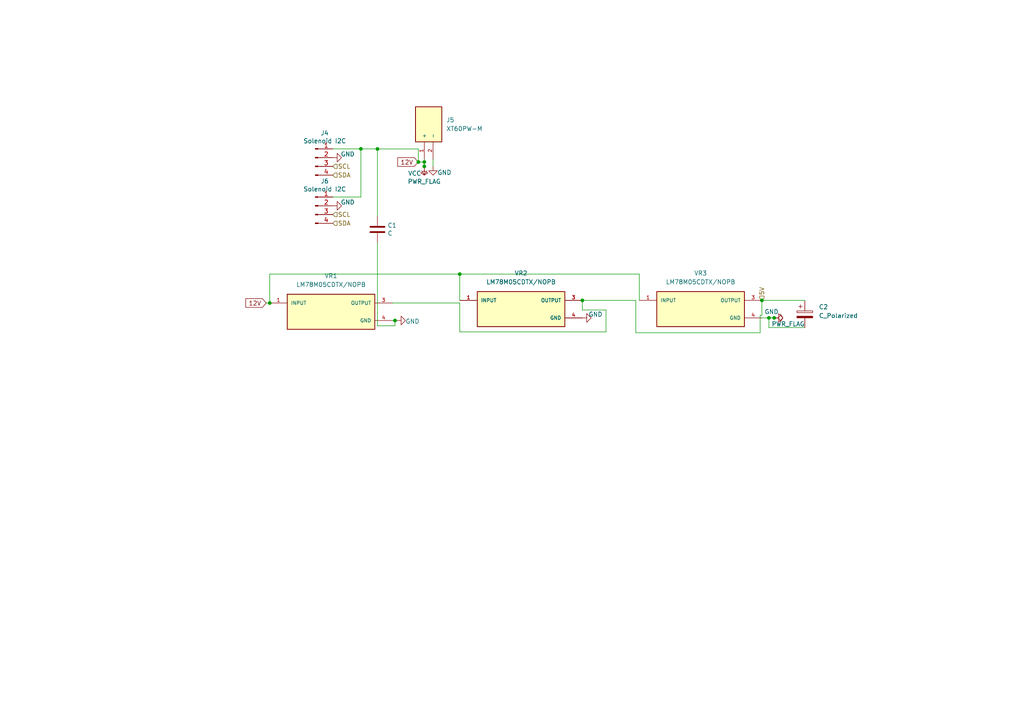
<source format=kicad_sch>
(kicad_sch (version 20211123) (generator eeschema)

  (uuid 44d8279a-9cd1-4db6-856f-0363131605fc)

  (paper "A4")

  (lib_symbols
    (symbol "Connector:Conn_01x04_Male" (pin_names (offset 1.016) hide) (in_bom yes) (on_board yes)
      (property "Reference" "J" (id 0) (at 0 5.08 0)
        (effects (font (size 1.27 1.27)))
      )
      (property "Value" "Conn_01x04_Male" (id 1) (at 0 -7.62 0)
        (effects (font (size 1.27 1.27)))
      )
      (property "Footprint" "" (id 2) (at 0 0 0)
        (effects (font (size 1.27 1.27)) hide)
      )
      (property "Datasheet" "~" (id 3) (at 0 0 0)
        (effects (font (size 1.27 1.27)) hide)
      )
      (property "ki_keywords" "connector" (id 4) (at 0 0 0)
        (effects (font (size 1.27 1.27)) hide)
      )
      (property "ki_description" "Generic connector, single row, 01x04, script generated (kicad-library-utils/schlib/autogen/connector/)" (id 5) (at 0 0 0)
        (effects (font (size 1.27 1.27)) hide)
      )
      (property "ki_fp_filters" "Connector*:*_1x??_*" (id 6) (at 0 0 0)
        (effects (font (size 1.27 1.27)) hide)
      )
      (symbol "Conn_01x04_Male_1_1"
        (polyline
          (pts
            (xy 1.27 -5.08)
            (xy 0.8636 -5.08)
          )
          (stroke (width 0.1524) (type default) (color 0 0 0 0))
          (fill (type none))
        )
        (polyline
          (pts
            (xy 1.27 -2.54)
            (xy 0.8636 -2.54)
          )
          (stroke (width 0.1524) (type default) (color 0 0 0 0))
          (fill (type none))
        )
        (polyline
          (pts
            (xy 1.27 0)
            (xy 0.8636 0)
          )
          (stroke (width 0.1524) (type default) (color 0 0 0 0))
          (fill (type none))
        )
        (polyline
          (pts
            (xy 1.27 2.54)
            (xy 0.8636 2.54)
          )
          (stroke (width 0.1524) (type default) (color 0 0 0 0))
          (fill (type none))
        )
        (rectangle (start 0.8636 -4.953) (end 0 -5.207)
          (stroke (width 0.1524) (type default) (color 0 0 0 0))
          (fill (type outline))
        )
        (rectangle (start 0.8636 -2.413) (end 0 -2.667)
          (stroke (width 0.1524) (type default) (color 0 0 0 0))
          (fill (type outline))
        )
        (rectangle (start 0.8636 0.127) (end 0 -0.127)
          (stroke (width 0.1524) (type default) (color 0 0 0 0))
          (fill (type outline))
        )
        (rectangle (start 0.8636 2.667) (end 0 2.413)
          (stroke (width 0.1524) (type default) (color 0 0 0 0))
          (fill (type outline))
        )
        (pin passive line (at 5.08 2.54 180) (length 3.81)
          (name "Pin_1" (effects (font (size 1.27 1.27))))
          (number "1" (effects (font (size 1.27 1.27))))
        )
        (pin passive line (at 5.08 0 180) (length 3.81)
          (name "Pin_2" (effects (font (size 1.27 1.27))))
          (number "2" (effects (font (size 1.27 1.27))))
        )
        (pin passive line (at 5.08 -2.54 180) (length 3.81)
          (name "Pin_3" (effects (font (size 1.27 1.27))))
          (number "3" (effects (font (size 1.27 1.27))))
        )
        (pin passive line (at 5.08 -5.08 180) (length 3.81)
          (name "Pin_4" (effects (font (size 1.27 1.27))))
          (number "4" (effects (font (size 1.27 1.27))))
        )
      )
    )
    (symbol "Device:C" (pin_numbers hide) (pin_names (offset 0.254)) (in_bom yes) (on_board yes)
      (property "Reference" "C" (id 0) (at 0.635 2.54 0)
        (effects (font (size 1.27 1.27)) (justify left))
      )
      (property "Value" "C" (id 1) (at 0.635 -2.54 0)
        (effects (font (size 1.27 1.27)) (justify left))
      )
      (property "Footprint" "" (id 2) (at 0.9652 -3.81 0)
        (effects (font (size 1.27 1.27)) hide)
      )
      (property "Datasheet" "~" (id 3) (at 0 0 0)
        (effects (font (size 1.27 1.27)) hide)
      )
      (property "ki_keywords" "cap capacitor" (id 4) (at 0 0 0)
        (effects (font (size 1.27 1.27)) hide)
      )
      (property "ki_description" "Unpolarized capacitor" (id 5) (at 0 0 0)
        (effects (font (size 1.27 1.27)) hide)
      )
      (property "ki_fp_filters" "C_*" (id 6) (at 0 0 0)
        (effects (font (size 1.27 1.27)) hide)
      )
      (symbol "C_0_1"
        (polyline
          (pts
            (xy -2.032 -0.762)
            (xy 2.032 -0.762)
          )
          (stroke (width 0.508) (type default) (color 0 0 0 0))
          (fill (type none))
        )
        (polyline
          (pts
            (xy -2.032 0.762)
            (xy 2.032 0.762)
          )
          (stroke (width 0.508) (type default) (color 0 0 0 0))
          (fill (type none))
        )
      )
      (symbol "C_1_1"
        (pin passive line (at 0 3.81 270) (length 2.794)
          (name "~" (effects (font (size 1.27 1.27))))
          (number "1" (effects (font (size 1.27 1.27))))
        )
        (pin passive line (at 0 -3.81 90) (length 2.794)
          (name "~" (effects (font (size 1.27 1.27))))
          (number "2" (effects (font (size 1.27 1.27))))
        )
      )
    )
    (symbol "Device:C_Polarized" (pin_numbers hide) (pin_names (offset 0.254)) (in_bom yes) (on_board yes)
      (property "Reference" "C" (id 0) (at 0.635 2.54 0)
        (effects (font (size 1.27 1.27)) (justify left))
      )
      (property "Value" "C_Polarized" (id 1) (at 0.635 -2.54 0)
        (effects (font (size 1.27 1.27)) (justify left))
      )
      (property "Footprint" "" (id 2) (at 0.9652 -3.81 0)
        (effects (font (size 1.27 1.27)) hide)
      )
      (property "Datasheet" "~" (id 3) (at 0 0 0)
        (effects (font (size 1.27 1.27)) hide)
      )
      (property "ki_keywords" "cap capacitor" (id 4) (at 0 0 0)
        (effects (font (size 1.27 1.27)) hide)
      )
      (property "ki_description" "Polarized capacitor" (id 5) (at 0 0 0)
        (effects (font (size 1.27 1.27)) hide)
      )
      (property "ki_fp_filters" "CP_*" (id 6) (at 0 0 0)
        (effects (font (size 1.27 1.27)) hide)
      )
      (symbol "C_Polarized_0_1"
        (rectangle (start -2.286 0.508) (end 2.286 1.016)
          (stroke (width 0) (type default) (color 0 0 0 0))
          (fill (type none))
        )
        (polyline
          (pts
            (xy -1.778 2.286)
            (xy -0.762 2.286)
          )
          (stroke (width 0) (type default) (color 0 0 0 0))
          (fill (type none))
        )
        (polyline
          (pts
            (xy -1.27 2.794)
            (xy -1.27 1.778)
          )
          (stroke (width 0) (type default) (color 0 0 0 0))
          (fill (type none))
        )
        (rectangle (start 2.286 -0.508) (end -2.286 -1.016)
          (stroke (width 0) (type default) (color 0 0 0 0))
          (fill (type outline))
        )
      )
      (symbol "C_Polarized_1_1"
        (pin passive line (at 0 3.81 270) (length 2.794)
          (name "~" (effects (font (size 1.27 1.27))))
          (number "1" (effects (font (size 1.27 1.27))))
        )
        (pin passive line (at 0 -3.81 90) (length 2.794)
          (name "~" (effects (font (size 1.27 1.27))))
          (number "2" (effects (font (size 1.27 1.27))))
        )
      )
    )
    (symbol "LM78M05CDTX_NOPB:LM78M05CDTX{slash}NOPB" (pin_names (offset 1.016)) (in_bom yes) (on_board yes)
      (property "Reference" "VR" (id 0) (at -12.7 5.842 0)
        (effects (font (size 1.27 1.27)) (justify left bottom))
      )
      (property "Value" "LM78M05CDTX{slash}NOPB" (id 1) (at -12.7 -5.842 0)
        (effects (font (size 1.27 1.27)) (justify left bottom))
      )
      (property "Footprint" "TO228P991X255-3N" (id 2) (at 0 0 0)
        (effects (font (size 1.27 1.27)) (justify left bottom) hide)
      )
      (property "Datasheet" "" (id 3) (at 0 0 0)
        (effects (font (size 1.27 1.27)) (justify left bottom) hide)
      )
      (property "SNAPEDA_PACKAGE_ID" "102662" (id 4) (at 0 0 0)
        (effects (font (size 1.27 1.27)) (justify left bottom) hide)
      )
      (property "STANDARD" "IPC-7351B" (id 5) (at 0 0 0)
        (effects (font (size 1.27 1.27)) (justify left bottom) hide)
      )
      (property "PARTREV" "G" (id 6) (at 0 0 0)
        (effects (font (size 1.27 1.27)) (justify left bottom) hide)
      )
      (property "MANUFACTURER" "Texas Instruments" (id 7) (at 0 0 0)
        (effects (font (size 1.27 1.27)) (justify left bottom) hide)
      )
      (property "MAXIMUM_PACKAGE_HEIGHT" "2.55mm" (id 8) (at 0 0 0)
        (effects (font (size 1.27 1.27)) (justify left bottom) hide)
      )
      (property "ki_locked" "" (id 9) (at 0 0 0)
        (effects (font (size 1.27 1.27)))
      )
      (symbol "LM78M05CDTX{slash}NOPB_0_0"
        (rectangle (start -12.7 -5.08) (end 12.7 5.08)
          (stroke (width 0.254) (type default) (color 0 0 0 0))
          (fill (type background))
        )
        (pin input line (at -17.78 2.54 0) (length 5.08)
          (name "INPUT" (effects (font (size 1.016 1.016))))
          (number "1" (effects (font (size 1.016 1.016))))
        )
        (pin output line (at 17.78 2.54 180) (length 5.08)
          (name "OUTPUT" (effects (font (size 1.016 1.016))))
          (number "3" (effects (font (size 1.016 1.016))))
        )
        (pin power_in line (at 17.78 -2.54 180) (length 5.08)
          (name "GND" (effects (font (size 1.016 1.016))))
          (number "4" (effects (font (size 1.016 1.016))))
        )
      )
    )
    (symbol "XT60PW-M:XT60PW-M" (pin_names (offset 1.016)) (in_bom yes) (on_board yes)
      (property "Reference" "J" (id 0) (at -5.08 5.715 0)
        (effects (font (size 1.27 1.27)) (justify left bottom))
      )
      (property "Value" "XT60PW-M" (id 1) (at -5.08 -5.08 0)
        (effects (font (size 1.27 1.27)) (justify left bottom))
      )
      (property "Footprint" "AMASS_XT60PW-M" (id 2) (at 0 0 0)
        (effects (font (size 1.27 1.27)) (justify left bottom) hide)
      )
      (property "Datasheet" "" (id 3) (at 0 0 0)
        (effects (font (size 1.27 1.27)) (justify left bottom) hide)
      )
      (property "STANDARD" "Manufacturer recommendations" (id 4) (at 0 0 0)
        (effects (font (size 1.27 1.27)) (justify left bottom) hide)
      )
      (property "PARTREV" "V1.2" (id 5) (at 0 0 0)
        (effects (font (size 1.27 1.27)) (justify left bottom) hide)
      )
      (property "MANUFACTURER" "AMASS" (id 6) (at 0 0 0)
        (effects (font (size 1.27 1.27)) (justify left bottom) hide)
      )
      (property "MAXIMUM_PACKAGE_HEIGHT" "8.4 mm" (id 7) (at 0 0 0)
        (effects (font (size 1.27 1.27)) (justify left bottom) hide)
      )
      (property "ki_locked" "" (id 8) (at 0 0 0)
        (effects (font (size 1.27 1.27)))
      )
      (symbol "XT60PW-M_0_0"
        (rectangle (start -5.08 -2.54) (end 5.08 5.08)
          (stroke (width 0.254) (type default) (color 0 0 0 0))
          (fill (type background))
        )
        (pin passive line (at -10.16 2.54 0) (length 5.08)
          (name "+" (effects (font (size 1.016 1.016))))
          (number "1" (effects (font (size 1.016 1.016))))
        )
        (pin passive line (at -10.16 0 0) (length 5.08)
          (name "-" (effects (font (size 1.016 1.016))))
          (number "2" (effects (font (size 1.016 1.016))))
        )
      )
    )
    (symbol "power:GND" (power) (pin_names (offset 0)) (in_bom yes) (on_board yes)
      (property "Reference" "#PWR" (id 0) (at 0 -6.35 0)
        (effects (font (size 1.27 1.27)) hide)
      )
      (property "Value" "GND" (id 1) (at 0 -3.81 0)
        (effects (font (size 1.27 1.27)))
      )
      (property "Footprint" "" (id 2) (at 0 0 0)
        (effects (font (size 1.27 1.27)) hide)
      )
      (property "Datasheet" "" (id 3) (at 0 0 0)
        (effects (font (size 1.27 1.27)) hide)
      )
      (property "ki_keywords" "power-flag" (id 4) (at 0 0 0)
        (effects (font (size 1.27 1.27)) hide)
      )
      (property "ki_description" "Power symbol creates a global label with name \"GND\" , ground" (id 5) (at 0 0 0)
        (effects (font (size 1.27 1.27)) hide)
      )
      (symbol "GND_0_1"
        (polyline
          (pts
            (xy 0 0)
            (xy 0 -1.27)
            (xy 1.27 -1.27)
            (xy 0 -2.54)
            (xy -1.27 -1.27)
            (xy 0 -1.27)
          )
          (stroke (width 0) (type default) (color 0 0 0 0))
          (fill (type none))
        )
      )
      (symbol "GND_1_1"
        (pin power_in line (at 0 0 270) (length 0) hide
          (name "GND" (effects (font (size 1.27 1.27))))
          (number "1" (effects (font (size 1.27 1.27))))
        )
      )
    )
    (symbol "power:PWR_FLAG" (power) (pin_numbers hide) (pin_names (offset 0) hide) (in_bom yes) (on_board yes)
      (property "Reference" "#FLG" (id 0) (at 0 1.905 0)
        (effects (font (size 1.27 1.27)) hide)
      )
      (property "Value" "PWR_FLAG" (id 1) (at 0 3.81 0)
        (effects (font (size 1.27 1.27)))
      )
      (property "Footprint" "" (id 2) (at 0 0 0)
        (effects (font (size 1.27 1.27)) hide)
      )
      (property "Datasheet" "~" (id 3) (at 0 0 0)
        (effects (font (size 1.27 1.27)) hide)
      )
      (property "ki_keywords" "power-flag" (id 4) (at 0 0 0)
        (effects (font (size 1.27 1.27)) hide)
      )
      (property "ki_description" "Special symbol for telling ERC where power comes from" (id 5) (at 0 0 0)
        (effects (font (size 1.27 1.27)) hide)
      )
      (symbol "PWR_FLAG_0_0"
        (pin power_out line (at 0 0 90) (length 0)
          (name "pwr" (effects (font (size 1.27 1.27))))
          (number "1" (effects (font (size 1.27 1.27))))
        )
      )
      (symbol "PWR_FLAG_0_1"
        (polyline
          (pts
            (xy 0 0)
            (xy 0 1.27)
            (xy -1.016 1.905)
            (xy 0 2.54)
            (xy 1.016 1.905)
            (xy 0 1.27)
          )
          (stroke (width 0) (type default) (color 0 0 0 0))
          (fill (type none))
        )
      )
    )
    (symbol "power:VCC" (power) (pin_names (offset 0)) (in_bom yes) (on_board yes)
      (property "Reference" "#PWR" (id 0) (at 0 -3.81 0)
        (effects (font (size 1.27 1.27)) hide)
      )
      (property "Value" "VCC" (id 1) (at 0 3.81 0)
        (effects (font (size 1.27 1.27)))
      )
      (property "Footprint" "" (id 2) (at 0 0 0)
        (effects (font (size 1.27 1.27)) hide)
      )
      (property "Datasheet" "" (id 3) (at 0 0 0)
        (effects (font (size 1.27 1.27)) hide)
      )
      (property "ki_keywords" "power-flag" (id 4) (at 0 0 0)
        (effects (font (size 1.27 1.27)) hide)
      )
      (property "ki_description" "Power symbol creates a global label with name \"VCC\"" (id 5) (at 0 0 0)
        (effects (font (size 1.27 1.27)) hide)
      )
      (symbol "VCC_0_1"
        (polyline
          (pts
            (xy -0.762 1.27)
            (xy 0 2.54)
          )
          (stroke (width 0) (type default) (color 0 0 0 0))
          (fill (type none))
        )
        (polyline
          (pts
            (xy 0 0)
            (xy 0 2.54)
          )
          (stroke (width 0) (type default) (color 0 0 0 0))
          (fill (type none))
        )
        (polyline
          (pts
            (xy 0 2.54)
            (xy 0.762 1.27)
          )
          (stroke (width 0) (type default) (color 0 0 0 0))
          (fill (type none))
        )
      )
      (symbol "VCC_1_1"
        (pin power_in line (at 0 0 90) (length 0) hide
          (name "VCC" (effects (font (size 1.27 1.27))))
          (number "1" (effects (font (size 1.27 1.27))))
        )
      )
    )
  )

  (junction (at 104.6734 43.18) (diameter 0) (color 0 0 0 0)
    (uuid 2dfa0386-e1af-4420-a731-9c62c8c78446)
  )
  (junction (at 133.35 79.502) (diameter 0) (color 0 0 0 0)
    (uuid 31e08896-1992-4725-96d9-9d2728bca7a3)
  )
  (junction (at 220.98 87.122) (diameter 0) (color 0 0 0 0)
    (uuid 4a353535-fa5f-48af-a7d3-2bd43d4a63e8)
  )
  (junction (at 224.536 92.202) (diameter 0) (color 0 0 0 0)
    (uuid 4fb21471-41be-4be8-9687-66030f97befc)
  )
  (junction (at 123.063 46.99) (diameter 0) (color 0 0 0 0)
    (uuid 6c2e273e-743c-4f1e-a647-4171f8122550)
  )
  (junction (at 114.554 92.964) (diameter 0) (color 0 0 0 0)
    (uuid 8412992d-8754-44de-9e08-115cec1a3eff)
  )
  (junction (at 123.063 48.26) (diameter 0) (color 0 0 0 0)
    (uuid 8c514922-ffe1-4e37-a260-e807409f2e0d)
  )
  (junction (at 168.91 87.122) (diameter 0) (color 0 0 0 0)
    (uuid 90609d50-a891-4cf0-bb9a-216b073dada0)
  )
  (junction (at 78.232 87.884) (diameter 0) (color 0 0 0 0)
    (uuid 980f1097-47ba-4523-a8e1-9d867293b77d)
  )
  (junction (at 223.012 92.202) (diameter 0) (color 0 0 0 0)
    (uuid aca4de92-9c41-4c2b-9afa-540d02dafa1c)
  )
  (junction (at 109.474 43.2054) (diameter 0) (color 0 0 0 0)
    (uuid ca7c015c-86bc-4139-8244-c4afd4933a27)
  )
  (junction (at 121.3358 46.99) (diameter 0) (color 0 0 0 0)
    (uuid d7b2c398-a2c4-40f4-8d86-94c6ac323fb3)
  )

  (wire (pts (xy 220.98 92.202) (xy 223.012 92.202))
    (stroke (width 0) (type default) (color 0 0 0 0))
    (uuid 003c2200-0632-4808-a662-8ddd5d30c768)
  )
  (wire (pts (xy 175.768 89.916) (xy 175.768 96.266))
    (stroke (width 0) (type default) (color 0 0 0 0))
    (uuid 03caada9-9e22-4e2d-9035-b15433dfbb17)
  )
  (wire (pts (xy 78.232 79.502) (xy 133.35 79.502))
    (stroke (width 0) (type default) (color 0 0 0 0))
    (uuid 0f54db53-a272-4955-88fb-d7ab00657bb0)
  )
  (wire (pts (xy 114.554 94.488) (xy 114.554 92.964))
    (stroke (width 0) (type default) (color 0 0 0 0))
    (uuid 13c0ff76-ed71-4cd9-abb0-92c376825d5d)
  )
  (wire (pts (xy 121.3358 46.99) (xy 123.063 46.99))
    (stroke (width 0) (type default) (color 0 0 0 0))
    (uuid 15c43ec0-be2a-4aee-b66e-6829dcd5cfc2)
  )
  (wire (pts (xy 133.35 96.266) (xy 175.768 96.266))
    (stroke (width 0) (type default) (color 0 0 0 0))
    (uuid 1f3003e6-dce5-420f-906b-3f1e92b67249)
  )
  (wire (pts (xy 123.063 46.228) (xy 123.063 46.99))
    (stroke (width 0) (type default) (color 0 0 0 0))
    (uuid 2d210a96-f81f-42a9-8bf4-1b43c11086f3)
  )
  (wire (pts (xy 113.792 92.964) (xy 114.554 92.964))
    (stroke (width 0) (type default) (color 0 0 0 0))
    (uuid 378af8b4-af3d-46e7-89ae-deff12ca9067)
  )
  (wire (pts (xy 96.52 57.15) (xy 104.6734 57.15))
    (stroke (width 0) (type default) (color 0 0 0 0))
    (uuid 3c4b29df-3c31-42a0-9881-ec665de22aac)
  )
  (wire (pts (xy 184.404 87.122) (xy 184.404 96.52))
    (stroke (width 0) (type default) (color 0 0 0 0))
    (uuid 40976bf0-19de-460f-ad64-224d4f51e16b)
  )
  (wire (pts (xy 109.474 43.18) (xy 109.474 43.2054))
    (stroke (width 0) (type default) (color 0 0 0 0))
    (uuid 4780a290-d25c-4459-9579-eba3f7678762)
  )
  (wire (pts (xy 109.474 43.2054) (xy 109.474 62.738))
    (stroke (width 0) (type default) (color 0 0 0 0))
    (uuid 5a32b969-4a90-459b-9132-b2e5a3e80287)
  )
  (wire (pts (xy 168.91 87.122) (xy 168.91 89.916))
    (stroke (width 0) (type default) (color 0 0 0 0))
    (uuid 639c0e59-e95c-4114-bccd-2e7277505454)
  )
  (wire (pts (xy 185.42 79.502) (xy 185.42 87.122))
    (stroke (width 0) (type default) (color 0 0 0 0))
    (uuid 6441b183-b8f2-458f-a23d-60e2b1f66dd6)
  )
  (wire (pts (xy 123.063 46.99) (xy 123.063 48.26))
    (stroke (width 0) (type default) (color 0 0 0 0))
    (uuid 666713b0-70f4-42df-8761-f65bc212d03b)
  )
  (wire (pts (xy 220.98 91.44) (xy 220.472 91.44))
    (stroke (width 0) (type default) (color 0 0 0 0))
    (uuid 68877d35-b796-44db-9124-b8e744e7412e)
  )
  (wire (pts (xy 104.6734 57.15) (xy 104.6734 43.18))
    (stroke (width 0) (type default) (color 0 0 0 0))
    (uuid 690f4cb0-739f-4018-a871-4477df548cfc)
  )
  (wire (pts (xy 133.35 79.502) (xy 133.35 87.122))
    (stroke (width 0) (type default) (color 0 0 0 0))
    (uuid 80094b70-85ab-4ff6-934b-60d5ee65023a)
  )
  (wire (pts (xy 168.91 89.916) (xy 175.768 89.916))
    (stroke (width 0) (type default) (color 0 0 0 0))
    (uuid 8ca3e20d-bcc7-4c5e-9deb-562dfed9fecb)
  )
  (wire (pts (xy 121.3358 43.2054) (xy 109.474 43.2054))
    (stroke (width 0) (type default) (color 0 0 0 0))
    (uuid 90249b1b-dedf-489f-9c00-42575bfb8d70)
  )
  (wire (pts (xy 220.472 96.52) (xy 184.404 96.52))
    (stroke (width 0) (type default) (color 0 0 0 0))
    (uuid 911bdcbe-493f-4e21-a506-7cbc636e2c17)
  )
  (wire (pts (xy 78.232 87.884) (xy 78.232 79.502))
    (stroke (width 0) (type default) (color 0 0 0 0))
    (uuid 922058ca-d09a-45fd-8394-05f3e2c1e03a)
  )
  (wire (pts (xy 77.216 87.884) (xy 78.232 87.884))
    (stroke (width 0) (type default) (color 0 0 0 0))
    (uuid 97fe9c60-586f-4895-8504-4d3729f5f81a)
  )
  (wire (pts (xy 96.52 43.18) (xy 104.6734 43.18))
    (stroke (width 0) (type default) (color 0 0 0 0))
    (uuid 9a46ad12-99a7-4e9f-833d-0b030db93dd1)
  )
  (wire (pts (xy 125.603 48.26) (xy 125.603 46.228))
    (stroke (width 0) (type default) (color 0 0 0 0))
    (uuid 9bb20359-0f8b-45bc-9d38-6626ed3a939d)
  )
  (wire (pts (xy 168.91 87.122) (xy 184.404 87.122))
    (stroke (width 0) (type default) (color 0 0 0 0))
    (uuid a15a7506-eae4-4933-84da-9ad754258706)
  )
  (wire (pts (xy 109.474 94.488) (xy 114.554 94.488))
    (stroke (width 0) (type default) (color 0 0 0 0))
    (uuid a27eb049-c992-4f11-a026-1e6a8d9d0160)
  )
  (wire (pts (xy 113.792 87.884) (xy 133.35 87.884))
    (stroke (width 0) (type default) (color 0 0 0 0))
    (uuid b5352a33-563a-4ffe-a231-2e68fb54afa3)
  )
  (wire (pts (xy 220.472 91.44) (xy 220.472 96.52))
    (stroke (width 0) (type default) (color 0 0 0 0))
    (uuid b96fe6ac-3535-4455-ab88-ed77f5e46d6e)
  )
  (wire (pts (xy 133.35 79.502) (xy 185.42 79.502))
    (stroke (width 0) (type default) (color 0 0 0 0))
    (uuid bfc0aadc-38cf-466e-a642-68fdc3138c78)
  )
  (wire (pts (xy 220.98 87.122) (xy 220.98 91.44))
    (stroke (width 0) (type default) (color 0 0 0 0))
    (uuid c332fa55-4168-4f55-88a5-f82c7c21040b)
  )
  (wire (pts (xy 223.012 92.202) (xy 224.536 92.202))
    (stroke (width 0) (type default) (color 0 0 0 0))
    (uuid c43663ee-9a0d-4f27-a292-89ba89964065)
  )
  (wire (pts (xy 220.98 87.122) (xy 233.426 87.122))
    (stroke (width 0) (type default) (color 0 0 0 0))
    (uuid c8c79177-94d4-43e2-a654-f0a5554fbb68)
  )
  (wire (pts (xy 121.3358 46.99) (xy 121.3358 43.2054))
    (stroke (width 0) (type default) (color 0 0 0 0))
    (uuid cdf171b3-ce1c-4167-95b5-1e8b5fc5d8bf)
  )
  (wire (pts (xy 133.35 87.884) (xy 133.35 96.266))
    (stroke (width 0) (type default) (color 0 0 0 0))
    (uuid d3c11c8f-a73d-4211-934b-a6da255728ad)
  )
  (wire (pts (xy 104.6734 43.18) (xy 109.474 43.18))
    (stroke (width 0) (type default) (color 0 0 0 0))
    (uuid d5c0bae9-54fb-49a4-ab37-69e16e5f8a10)
  )
  (wire (pts (xy 223.012 94.996) (xy 223.012 92.202))
    (stroke (width 0) (type default) (color 0 0 0 0))
    (uuid d7269d2a-b8c0-422d-8f25-f79ea31bf75e)
  )
  (wire (pts (xy 114.554 92.964) (xy 115.062 92.964))
    (stroke (width 0) (type default) (color 0 0 0 0))
    (uuid df32840e-2912-4088-b54c-9a85f64c0265)
  )
  (wire (pts (xy 233.426 87.122) (xy 233.426 87.376))
    (stroke (width 0) (type default) (color 0 0 0 0))
    (uuid e21aa84b-970e-47cf-b64f-3b55ee0e1b51)
  )
  (wire (pts (xy 121.285 46.99) (xy 121.3358 46.99))
    (stroke (width 0) (type default) (color 0 0 0 0))
    (uuid e857610b-4434-4144-b04e-43c1ebdc5ceb)
  )
  (wire (pts (xy 233.426 94.996) (xy 223.012 94.996))
    (stroke (width 0) (type default) (color 0 0 0 0))
    (uuid e8c50f1b-c316-4110-9cce-5c24c65a1eaa)
  )
  (wire (pts (xy 109.474 70.358) (xy 109.474 94.488))
    (stroke (width 0) (type default) (color 0 0 0 0))
    (uuid ffd175d1-912a-4224-be1e-a8198680f46b)
  )

  (global_label "12V" (shape input) (at 77.216 87.884 180) (fields_autoplaced)
    (effects (font (size 1.27 1.27)) (justify right))
    (uuid 7aed3a71-054b-4aaa-9c0a-030523c32827)
    (property "Intersheet References" "${INTERSHEET_REFS}" (id 0) (at 0 0 0)
      (effects (font (size 1.27 1.27)) hide)
    )
  )
  (global_label "12V" (shape input) (at 121.285 46.99 180) (fields_autoplaced)
    (effects (font (size 1.27 1.27)) (justify right))
    (uuid 7dc880bc-e7eb-4cce-8d8c-0b65a9dd788e)
    (property "Intersheet References" "${INTERSHEET_REFS}" (id 0) (at -2.667 0.508 0)
      (effects (font (size 1.27 1.27)) hide)
    )
  )

  (hierarchical_label "SDA" (shape input) (at 96.52 50.8 0)
    (effects (font (size 1.27 1.27)) (justify left))
    (uuid 3e903008-0276-4a73-8edb-5d9dfde6297c)
  )
  (hierarchical_label "SCL" (shape input) (at 96.52 48.26 0)
    (effects (font (size 1.27 1.27)) (justify left))
    (uuid 75ffc65c-7132-4411-9f2a-ae0c73d79338)
  )
  (hierarchical_label "5V" (shape input) (at 220.98 87.122 90)
    (effects (font (size 1.27 1.27)) (justify left))
    (uuid 852dabbf-de45-4470-8176-59d37a754407)
  )
  (hierarchical_label "SCL" (shape input) (at 96.52 62.23 0)
    (effects (font (size 1.27 1.27)) (justify left))
    (uuid ac44c07f-479e-4e52-b9de-ced1a8eab2fa)
  )
  (hierarchical_label "SDA" (shape input) (at 96.52 64.77 0)
    (effects (font (size 1.27 1.27)) (justify left))
    (uuid c7c48acc-2186-4ec2-bbe9-bcf2692bac16)
  )

  (symbol (lib_id "power:VCC") (at 123.063 48.26 180) (unit 1)
    (in_bom yes) (on_board yes)
    (uuid 00000000-0000-0000-0000-000062525296)
    (property "Reference" "#PWR0101" (id 0) (at 123.063 44.45 0)
      (effects (font (size 1.27 1.27)) hide)
    )
    (property "Value" "VCC" (id 1) (at 120.269 50.292 0))
    (property "Footprint" "" (id 2) (at 123.063 48.26 0)
      (effects (font (size 1.27 1.27)) hide)
    )
    (property "Datasheet" "" (id 3) (at 123.063 48.26 0)
      (effects (font (size 1.27 1.27)) hide)
    )
    (pin "1" (uuid 7fb7583c-ceba-4b20-9b71-fe1186f524bb))
  )

  (symbol (lib_id "power:GND") (at 125.603 48.26 0) (unit 1)
    (in_bom yes) (on_board yes)
    (uuid 00000000-0000-0000-0000-0000625255a6)
    (property "Reference" "#PWR0102" (id 0) (at 125.603 54.61 0)
      (effects (font (size 1.27 1.27)) hide)
    )
    (property "Value" "GND" (id 1) (at 128.905 50.038 0))
    (property "Footprint" "" (id 2) (at 125.603 48.26 0)
      (effects (font (size 1.27 1.27)) hide)
    )
    (property "Datasheet" "" (id 3) (at 125.603 48.26 0)
      (effects (font (size 1.27 1.27)) hide)
    )
    (pin "1" (uuid 1d2d5409-88f7-49e7-af86-7e9d4508aee5))
  )

  (symbol (lib_id "power:GND") (at 115.062 92.964 90) (unit 1)
    (in_bom yes) (on_board yes)
    (uuid 00000000-0000-0000-0000-000062527c50)
    (property "Reference" "#PWR0103" (id 0) (at 121.412 92.964 0)
      (effects (font (size 1.27 1.27)) hide)
    )
    (property "Value" "GND" (id 1) (at 119.634 93.218 90))
    (property "Footprint" "" (id 2) (at 115.062 92.964 0)
      (effects (font (size 1.27 1.27)) hide)
    )
    (property "Datasheet" "" (id 3) (at 115.062 92.964 0)
      (effects (font (size 1.27 1.27)) hide)
    )
    (pin "1" (uuid 85f9935b-27fc-493f-85cc-ac13b18a5480))
  )

  (symbol (lib_id "power:GND") (at 168.91 92.202 90) (unit 1)
    (in_bom yes) (on_board yes)
    (uuid 00000000-0000-0000-0000-00006252d5a1)
    (property "Reference" "#PWR0104" (id 0) (at 175.26 92.202 0)
      (effects (font (size 1.27 1.27)) hide)
    )
    (property "Value" "GND" (id 1) (at 172.72 91.186 90))
    (property "Footprint" "" (id 2) (at 168.91 92.202 0)
      (effects (font (size 1.27 1.27)) hide)
    )
    (property "Datasheet" "" (id 3) (at 168.91 92.202 0)
      (effects (font (size 1.27 1.27)) hide)
    )
    (pin "1" (uuid ba6fa266-694b-4912-a263-74d98430b78b))
  )

  (symbol (lib_id "power:GND") (at 224.536 92.202 90) (unit 1)
    (in_bom yes) (on_board yes)
    (uuid 00000000-0000-0000-0000-00006252ef48)
    (property "Reference" "#PWR0105" (id 0) (at 230.886 92.202 0)
      (effects (font (size 1.27 1.27)) hide)
    )
    (property "Value" "GND" (id 1) (at 223.774 90.424 90))
    (property "Footprint" "" (id 2) (at 224.536 92.202 0)
      (effects (font (size 1.27 1.27)) hide)
    )
    (property "Datasheet" "" (id 3) (at 224.536 92.202 0)
      (effects (font (size 1.27 1.27)) hide)
    )
    (pin "1" (uuid d8d8ab03-2df0-49fc-9882-ea1e0ab5128a))
  )

  (symbol (lib_id "Connector:Conn_01x04_Male") (at 91.44 45.72 0) (unit 1)
    (in_bom yes) (on_board yes)
    (uuid 00000000-0000-0000-0000-000062530307)
    (property "Reference" "J4" (id 0) (at 94.1832 38.5826 0))
    (property "Value" "Solenoid I2C" (id 1) (at 94.1832 40.894 0))
    (property "Footprint" "Connector_PinHeader_2.54mm:PinHeader_1x04_P2.54mm_Vertical" (id 2) (at 91.44 45.72 0)
      (effects (font (size 1.27 1.27)) hide)
    )
    (property "Datasheet" "~" (id 3) (at 91.44 45.72 0)
      (effects (font (size 1.27 1.27)) hide)
    )
    (pin "1" (uuid 5d76824b-78ae-4dd8-98b2-b4328a634435))
    (pin "2" (uuid 304a25b6-803f-43b8-814a-27dad4151d60))
    (pin "3" (uuid 70f99bd0-7a08-4053-b169-629e201785ee))
    (pin "4" (uuid d67939b1-5daf-4d3f-ad3f-d552567347c3))
  )

  (symbol (lib_id "power:GND") (at 96.52 45.72 90) (unit 1)
    (in_bom yes) (on_board yes)
    (uuid 00000000-0000-0000-0000-0000625334fb)
    (property "Reference" "#PWR0106" (id 0) (at 102.87 45.72 0)
      (effects (font (size 1.27 1.27)) hide)
    )
    (property "Value" "GND" (id 1) (at 98.806 44.704 90)
      (effects (font (size 1.27 1.27)) (justify right))
    )
    (property "Footprint" "" (id 2) (at 96.52 45.72 0)
      (effects (font (size 1.27 1.27)) hide)
    )
    (property "Datasheet" "" (id 3) (at 96.52 45.72 0)
      (effects (font (size 1.27 1.27)) hide)
    )
    (pin "1" (uuid 660f274e-865c-4a92-9f67-759f39e3f3e2))
  )

  (symbol (lib_id "power:PWR_FLAG") (at 123.063 48.26 180) (unit 1)
    (in_bom yes) (on_board yes)
    (uuid 00000000-0000-0000-0000-000062533e89)
    (property "Reference" "#FLG0101" (id 0) (at 123.063 50.165 0)
      (effects (font (size 1.27 1.27)) hide)
    )
    (property "Value" "PWR_FLAG" (id 1) (at 123.063 52.6542 0))
    (property "Footprint" "" (id 2) (at 123.063 48.26 0)
      (effects (font (size 1.27 1.27)) hide)
    )
    (property "Datasheet" "~" (id 3) (at 123.063 48.26 0)
      (effects (font (size 1.27 1.27)) hide)
    )
    (pin "1" (uuid 3dfb52c6-9d35-4f96-9279-c27e60d1dc50))
  )

  (symbol (lib_id "Device:C") (at 109.474 66.548 0) (unit 1)
    (in_bom yes) (on_board yes)
    (uuid 00000000-0000-0000-0000-00006253424f)
    (property "Reference" "C1" (id 0) (at 112.395 65.3796 0)
      (effects (font (size 1.27 1.27)) (justify left))
    )
    (property "Value" "C" (id 1) (at 112.395 67.691 0)
      (effects (font (size 1.27 1.27)) (justify left))
    )
    (property "Footprint" "Capacitor_THT:C_Rect_L7.0mm_W2.5mm_P5.00mm" (id 2) (at 110.4392 70.358 0)
      (effects (font (size 1.27 1.27)) hide)
    )
    (property "Datasheet" "~" (id 3) (at 109.474 66.548 0)
      (effects (font (size 1.27 1.27)) hide)
    )
    (pin "1" (uuid adba5a46-7a79-4a45-93ac-9ece85148abb))
    (pin "2" (uuid 56ba79c1-0248-497d-8c4b-ba9a0b185aef))
  )

  (symbol (lib_id "power:PWR_FLAG") (at 224.536 92.202 270) (unit 1)
    (in_bom yes) (on_board yes)
    (uuid 00000000-0000-0000-0000-00006253d63c)
    (property "Reference" "#FLG0102" (id 0) (at 226.441 92.202 0)
      (effects (font (size 1.27 1.27)) hide)
    )
    (property "Value" "PWR_FLAG" (id 1) (at 223.774 93.98 90)
      (effects (font (size 1.27 1.27)) (justify left))
    )
    (property "Footprint" "" (id 2) (at 224.536 92.202 0)
      (effects (font (size 1.27 1.27)) hide)
    )
    (property "Datasheet" "~" (id 3) (at 224.536 92.202 0)
      (effects (font (size 1.27 1.27)) hide)
    )
    (pin "1" (uuid dc7ae2f2-0bec-4bfa-8965-a15c1ebd044d))
  )

  (symbol (lib_id "LM78M05CDTX_NOPB:LM78M05CDTX{slash}NOPB") (at 96.012 90.424 0) (unit 1)
    (in_bom yes) (on_board yes) (fields_autoplaced)
    (uuid 48d40073-1a9a-46a8-ade3-7445c436f76c)
    (property "Reference" "VR1" (id 0) (at 96.012 80.01 0))
    (property "Value" "LM78M05CDTX/NOPB" (id 1) (at 96.012 82.55 0))
    (property "Footprint" ".pretty:VREG_L7805ACD2T" (id 2) (at 96.012 90.424 0)
      (effects (font (size 1.27 1.27)) (justify left bottom) hide)
    )
    (property "Datasheet" "" (id 3) (at 96.012 90.424 0)
      (effects (font (size 1.27 1.27)) (justify left bottom) hide)
    )
    (property "SNAPEDA_PACKAGE_ID" "102662" (id 4) (at 96.012 90.424 0)
      (effects (font (size 1.27 1.27)) (justify left bottom) hide)
    )
    (property "STANDARD" "IPC-7351B" (id 5) (at 96.012 90.424 0)
      (effects (font (size 1.27 1.27)) (justify left bottom) hide)
    )
    (property "PARTREV" "G" (id 6) (at 96.012 90.424 0)
      (effects (font (size 1.27 1.27)) (justify left bottom) hide)
    )
    (property "MANUFACTURER" "Texas Instruments" (id 7) (at 96.012 90.424 0)
      (effects (font (size 1.27 1.27)) (justify left bottom) hide)
    )
    (property "MAXIMUM_PACKAGE_HEIGHT" "2.55mm" (id 8) (at 96.012 90.424 0)
      (effects (font (size 1.27 1.27)) (justify left bottom) hide)
    )
    (pin "1" (uuid ddf60f67-f076-45c5-92e2-ecffc2cc44c4))
    (pin "3" (uuid 3502532b-0d7c-44bc-a717-7c29d52d97a5))
    (pin "4" (uuid a0e1e0fd-9454-4488-a8e5-72d7ab0150a6))
  )

  (symbol (lib_id "XT60PW-M:XT60PW-M") (at 125.603 36.068 90) (unit 1)
    (in_bom yes) (on_board yes) (fields_autoplaced)
    (uuid 4ee4664d-b19c-42b0-a90e-fe9df1307883)
    (property "Reference" "J5" (id 0) (at 129.413 34.7979 90)
      (effects (font (size 1.27 1.27)) (justify right))
    )
    (property "Value" "XT60PW-M" (id 1) (at 129.413 37.3379 90)
      (effects (font (size 1.27 1.27)) (justify right))
    )
    (property "Footprint" ".pretty:AMASS_XT60PW-M" (id 2) (at 125.603 36.068 0)
      (effects (font (size 1.27 1.27)) (justify left bottom) hide)
    )
    (property "Datasheet" "" (id 3) (at 125.603 36.068 0)
      (effects (font (size 1.27 1.27)) (justify left bottom) hide)
    )
    (property "STANDARD" "Manufacturer recommendations" (id 4) (at 125.603 36.068 0)
      (effects (font (size 1.27 1.27)) (justify left bottom) hide)
    )
    (property "PARTREV" "V1.2" (id 5) (at 125.603 36.068 0)
      (effects (font (size 1.27 1.27)) (justify left bottom) hide)
    )
    (property "MANUFACTURER" "AMASS" (id 6) (at 125.603 36.068 0)
      (effects (font (size 1.27 1.27)) (justify left bottom) hide)
    )
    (property "MAXIMUM_PACKAGE_HEIGHT" "8.4 mm" (id 7) (at 125.603 36.068 0)
      (effects (font (size 1.27 1.27)) (justify left bottom) hide)
    )
    (pin "1" (uuid ee7905a8-b176-49d0-9826-f6f1c63b3e7d))
    (pin "2" (uuid 3ece1c67-f4b3-44e8-9f85-2049ec811bf5))
  )

  (symbol (lib_id "LM78M05CDTX_NOPB:LM78M05CDTX{slash}NOPB") (at 203.2 89.662 0) (unit 1)
    (in_bom yes) (on_board yes) (fields_autoplaced)
    (uuid 672cce20-82ef-4cef-a268-b67f5ebf55d6)
    (property "Reference" "VR3" (id 0) (at 203.2 79.248 0))
    (property "Value" "LM78M05CDTX/NOPB" (id 1) (at 203.2 81.788 0))
    (property "Footprint" ".pretty:VREG_L7805ACD2T" (id 2) (at 203.2 89.662 0)
      (effects (font (size 1.27 1.27)) (justify left bottom) hide)
    )
    (property "Datasheet" "" (id 3) (at 203.2 89.662 0)
      (effects (font (size 1.27 1.27)) (justify left bottom) hide)
    )
    (property "SNAPEDA_PACKAGE_ID" "102662" (id 4) (at 203.2 89.662 0)
      (effects (font (size 1.27 1.27)) (justify left bottom) hide)
    )
    (property "STANDARD" "IPC-7351B" (id 5) (at 203.2 89.662 0)
      (effects (font (size 1.27 1.27)) (justify left bottom) hide)
    )
    (property "PARTREV" "G" (id 6) (at 203.2 89.662 0)
      (effects (font (size 1.27 1.27)) (justify left bottom) hide)
    )
    (property "MANUFACTURER" "Texas Instruments" (id 7) (at 203.2 89.662 0)
      (effects (font (size 1.27 1.27)) (justify left bottom) hide)
    )
    (property "MAXIMUM_PACKAGE_HEIGHT" "2.55mm" (id 8) (at 203.2 89.662 0)
      (effects (font (size 1.27 1.27)) (justify left bottom) hide)
    )
    (pin "1" (uuid 3d965242-be26-4a70-be33-d2f03180dc13))
    (pin "3" (uuid 2bf62d5d-d522-4bff-be8d-a52c17cfac26))
    (pin "4" (uuid 967d65dd-906f-4224-abdf-2e76e95b4129))
  )

  (symbol (lib_id "LM78M05CDTX_NOPB:LM78M05CDTX{slash}NOPB") (at 151.13 89.662 0) (unit 1)
    (in_bom yes) (on_board yes) (fields_autoplaced)
    (uuid 70b9ca56-9a88-4758-9f46-9be3cfeb839d)
    (property "Reference" "VR2" (id 0) (at 151.13 79.248 0))
    (property "Value" "LM78M05CDTX/NOPB" (id 1) (at 151.13 81.788 0))
    (property "Footprint" ".pretty:VREG_L7805ACD2T" (id 2) (at 151.13 89.662 0)
      (effects (font (size 1.27 1.27)) (justify left bottom) hide)
    )
    (property "Datasheet" "" (id 3) (at 151.13 89.662 0)
      (effects (font (size 1.27 1.27)) (justify left bottom) hide)
    )
    (property "SNAPEDA_PACKAGE_ID" "102662" (id 4) (at 151.13 89.662 0)
      (effects (font (size 1.27 1.27)) (justify left bottom) hide)
    )
    (property "STANDARD" "IPC-7351B" (id 5) (at 151.13 89.662 0)
      (effects (font (size 1.27 1.27)) (justify left bottom) hide)
    )
    (property "PARTREV" "G" (id 6) (at 151.13 89.662 0)
      (effects (font (size 1.27 1.27)) (justify left bottom) hide)
    )
    (property "MANUFACTURER" "Texas Instruments" (id 7) (at 151.13 89.662 0)
      (effects (font (size 1.27 1.27)) (justify left bottom) hide)
    )
    (property "MAXIMUM_PACKAGE_HEIGHT" "2.55mm" (id 8) (at 151.13 89.662 0)
      (effects (font (size 1.27 1.27)) (justify left bottom) hide)
    )
    (pin "1" (uuid 1f347f9e-19cd-4f66-9e20-460ec01315f9))
    (pin "3" (uuid 8d396e4a-5a5b-45d3-a4c1-655f544475a3))
    (pin "4" (uuid 11167762-376f-4a70-8d52-7526b70a4556))
  )

  (symbol (lib_id "Connector:Conn_01x04_Male") (at 91.44 59.69 0) (unit 1)
    (in_bom yes) (on_board yes)
    (uuid 98b66d6c-56aa-4836-8f0e-d0c01afd2d31)
    (property "Reference" "J6" (id 0) (at 94.1832 52.5526 0))
    (property "Value" "Solenoid I2C" (id 1) (at 94.1832 54.864 0))
    (property "Footprint" "Connector_PinHeader_2.54mm:PinHeader_1x04_P2.54mm_Vertical" (id 2) (at 91.44 59.69 0)
      (effects (font (size 1.27 1.27)) hide)
    )
    (property "Datasheet" "~" (id 3) (at 91.44 59.69 0)
      (effects (font (size 1.27 1.27)) hide)
    )
    (pin "1" (uuid 67ca468e-b95c-4f2d-835c-6f25a3102c44))
    (pin "2" (uuid d9eacd31-7f3c-4255-9b20-0af22ae5fcdc))
    (pin "3" (uuid 8d9303c6-3404-40bf-8ab8-63c7f9648292))
    (pin "4" (uuid 82a47c8c-2764-4c77-8b86-e6b0f871e602))
  )

  (symbol (lib_id "Device:C_Polarized") (at 233.426 91.186 0) (unit 1)
    (in_bom yes) (on_board yes) (fields_autoplaced)
    (uuid c42e02a9-061f-4ed4-99b4-140d42f16927)
    (property "Reference" "C2" (id 0) (at 237.49 89.0269 0)
      (effects (font (size 1.27 1.27)) (justify left))
    )
    (property "Value" "C_Polarized" (id 1) (at 237.49 91.5669 0)
      (effects (font (size 1.27 1.27)) (justify left))
    )
    (property "Footprint" "Capacitor_THT:CP_Radial_D4.0mm_P1.50mm" (id 2) (at 234.3912 94.996 0)
      (effects (font (size 1.27 1.27)) hide)
    )
    (property "Datasheet" "~" (id 3) (at 233.426 91.186 0)
      (effects (font (size 1.27 1.27)) hide)
    )
    (pin "1" (uuid a67dfa48-610f-414b-b780-09b9f75897b9))
    (pin "2" (uuid 8efb11ed-3e93-4ff6-9a8f-6662b8a790e8))
  )

  (symbol (lib_id "power:GND") (at 96.52 59.69 90) (unit 1)
    (in_bom yes) (on_board yes)
    (uuid d573892f-76dd-4fb0-9419-e910e60c2780)
    (property "Reference" "#PWR0111" (id 0) (at 102.87 59.69 0)
      (effects (font (size 1.27 1.27)) hide)
    )
    (property "Value" "GND" (id 1) (at 98.806 58.674 90)
      (effects (font (size 1.27 1.27)) (justify right))
    )
    (property "Footprint" "" (id 2) (at 96.52 59.69 0)
      (effects (font (size 1.27 1.27)) hide)
    )
    (property "Datasheet" "" (id 3) (at 96.52 59.69 0)
      (effects (font (size 1.27 1.27)) hide)
    )
    (pin "1" (uuid b6dd3a6a-4784-49da-9dda-bc7676bea5b4))
  )
)

</source>
